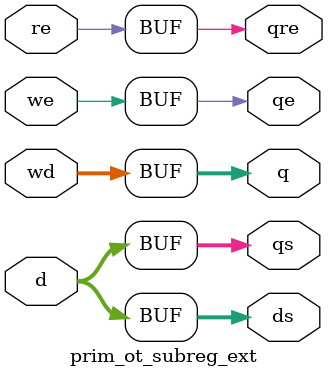
<source format=sv>

module prim_ot_subreg_ext #(
  parameter int unsigned DW = 32
) (
  input          re,
  input          we,
  input [DW-1:0] wd,

  input [DW-1:0] d,

  // output to HW and Reg Read
  output logic          qe,
  output logic          qre,
  output logic [DW-1:0] q,
  output logic [DW-1:0] ds,
  output logic [DW-1:0] qs
);

  // for external registers, there is no difference
  // between qs and ds
  assign ds = d;
  assign qs = d;
  assign q = wd;
  assign qe = we;
  assign qre = re;

endmodule

</source>
